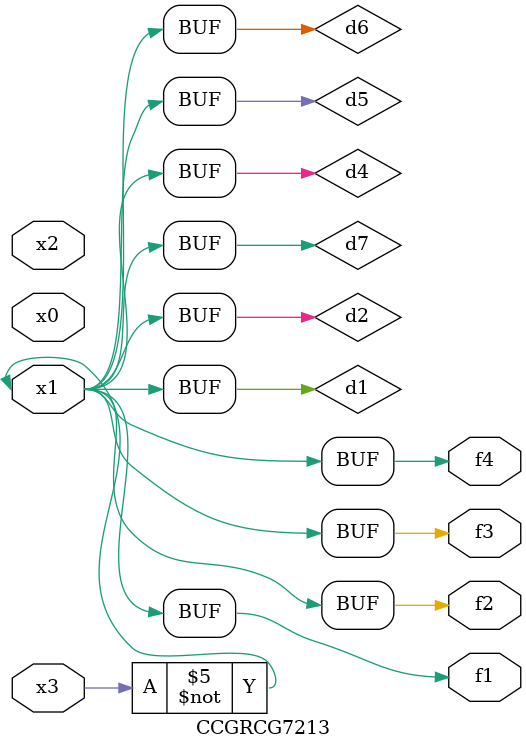
<source format=v>
module CCGRCG7213(
	input x0, x1, x2, x3,
	output f1, f2, f3, f4
);

	wire d1, d2, d3, d4, d5, d6, d7;

	not (d1, x3);
	buf (d2, x1);
	xnor (d3, d1, d2);
	nor (d4, d1);
	buf (d5, d1, d2);
	buf (d6, d4, d5);
	nand (d7, d4);
	assign f1 = d6;
	assign f2 = d7;
	assign f3 = d6;
	assign f4 = d6;
endmodule

</source>
